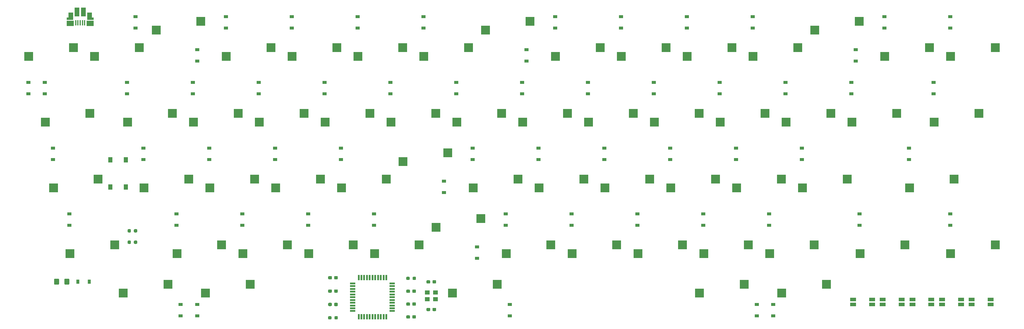
<source format=gbr>
%TF.GenerationSoftware,KiCad,Pcbnew,(5.1.9)-1*%
%TF.CreationDate,2021-04-22T03:27:36+09:00*%
%TF.ProjectId,yuiop60hh4,7975696f-7036-4306-9868-342e6b696361,4*%
%TF.SameCoordinates,Original*%
%TF.FileFunction,Paste,Bot*%
%TF.FilePolarity,Positive*%
%FSLAX46Y46*%
G04 Gerber Fmt 4.6, Leading zero omitted, Abs format (unit mm)*
G04 Created by KiCad (PCBNEW (5.1.9)-1) date 2021-04-22 03:27:36*
%MOMM*%
%LPD*%
G01*
G04 APERTURE LIST*
%ADD10R,1.430000X2.500000*%
%ADD11R,0.400000X1.650000*%
%ADD12R,2.000000X1.500000*%
%ADD13R,1.825000X0.700000*%
%ADD14R,1.350000X2.000000*%
%ADD15R,2.550000X2.500000*%
%ADD16R,0.550000X1.500000*%
%ADD17R,1.500000X0.550000*%
%ADD18R,1.700000X1.000000*%
%ADD19R,1.400000X1.200000*%
%ADD20R,1.300000X1.550000*%
%ADD21R,1.200000X0.900000*%
%ADD22R,0.900000X1.200000*%
G04 APERTURE END LIST*
D10*
%TO.C,J1*%
X89135000Y-101450000D03*
X87215000Y-101450000D03*
D11*
X89475000Y-104600000D03*
X88825000Y-104600000D03*
X88175000Y-104600000D03*
X87525000Y-104600000D03*
X86875000Y-104600000D03*
D12*
X91075000Y-104720000D03*
X85325000Y-104700000D03*
D13*
X91175000Y-103400000D03*
X85225000Y-103400000D03*
D14*
X85445000Y-102650000D03*
X90925000Y-102650000D03*
%TD*%
D15*
%TO.C,KSW60*%
X304067000Y-180330000D03*
X291140000Y-182870000D03*
%TD*%
%TO.C,KSW59*%
X280255000Y-180330000D03*
X267328000Y-182870000D03*
%TD*%
%TO.C,KSW58*%
X208817000Y-180330000D03*
X195890000Y-182870000D03*
%TD*%
%TO.C,KSW57*%
X137379000Y-180330000D03*
X124452000Y-182870000D03*
%TD*%
%TO.C,KSW56*%
X113567000Y-180330000D03*
X100640000Y-182870000D03*
%TD*%
%TO.C,KSW55*%
X340008000Y-171440000D03*
X352935000Y-168900000D03*
%TD*%
%TO.C,KSW54*%
X313814000Y-171440000D03*
X326741000Y-168900000D03*
%TD*%
%TO.C,KSW53*%
X287621000Y-171440000D03*
X300548000Y-168900000D03*
%TD*%
%TO.C,KSW52*%
X268571000Y-171440000D03*
X281498000Y-168900000D03*
%TD*%
%TO.C,KSW51*%
X249521000Y-171440000D03*
X262448000Y-168900000D03*
%TD*%
%TO.C,KSW50*%
X230471000Y-171440000D03*
X243398000Y-168900000D03*
%TD*%
%TO.C,KSW49*%
X211421000Y-171440000D03*
X224348000Y-168900000D03*
%TD*%
%TO.C,KSW48*%
X204055000Y-161280000D03*
X191128000Y-163820000D03*
%TD*%
%TO.C,KSW47*%
X173321000Y-171440000D03*
X186248000Y-168900000D03*
%TD*%
%TO.C,KSW46*%
X154271000Y-171440000D03*
X167198000Y-168900000D03*
%TD*%
%TO.C,KSW45*%
X135221000Y-171440000D03*
X148148000Y-168900000D03*
%TD*%
%TO.C,KSW44*%
X116171000Y-171440000D03*
X129098000Y-168900000D03*
%TD*%
%TO.C,KSW43*%
X85214200Y-171440000D03*
X98141200Y-168900000D03*
%TD*%
%TO.C,KSW42*%
X328102000Y-152390000D03*
X341029000Y-149850000D03*
%TD*%
%TO.C,KSW41*%
X297145000Y-152390000D03*
X310072000Y-149850000D03*
%TD*%
%TO.C,KSW40*%
X278095000Y-152390000D03*
X291022000Y-149850000D03*
%TD*%
%TO.C,KSW39*%
X259045000Y-152390000D03*
X271972000Y-149850000D03*
%TD*%
%TO.C,KSW38*%
X239995000Y-152390000D03*
X252922000Y-149850000D03*
%TD*%
%TO.C,KSW37*%
X220945000Y-152390000D03*
X233872000Y-149850000D03*
%TD*%
%TO.C,KSW36*%
X201895000Y-152390000D03*
X214822000Y-149850000D03*
%TD*%
%TO.C,KSW35*%
X194529000Y-142230000D03*
X181602000Y-144770000D03*
%TD*%
%TO.C,KSW34*%
X163795000Y-152390000D03*
X176722000Y-149850000D03*
%TD*%
%TO.C,KSW33*%
X144745000Y-152390000D03*
X157672000Y-149850000D03*
%TD*%
%TO.C,KSW32*%
X125695000Y-152390000D03*
X138622000Y-149850000D03*
%TD*%
%TO.C,KSW31*%
X106645000Y-152390000D03*
X119572000Y-149850000D03*
%TD*%
%TO.C,KSW30*%
X80451800Y-152390000D03*
X93378800Y-149850000D03*
%TD*%
%TO.C,KSW29*%
X335245000Y-133340000D03*
X348172000Y-130800000D03*
%TD*%
%TO.C,KSW28*%
X311433000Y-133340000D03*
X324360000Y-130800000D03*
%TD*%
%TO.C,KSW27*%
X292383000Y-133340000D03*
X305310000Y-130800000D03*
%TD*%
%TO.C,KSW26*%
X273333000Y-133340000D03*
X286260000Y-130800000D03*
%TD*%
%TO.C,KSW25*%
X254283000Y-133340000D03*
X267210000Y-130800000D03*
%TD*%
%TO.C,KSW24*%
X235233000Y-133340000D03*
X248160000Y-130800000D03*
%TD*%
%TO.C,KSW23*%
X216183000Y-133340000D03*
X229110000Y-130800000D03*
%TD*%
%TO.C,KSW22*%
X197133000Y-133340000D03*
X210060000Y-130800000D03*
%TD*%
%TO.C,KSW21*%
X178083000Y-133340000D03*
X191010000Y-130800000D03*
%TD*%
%TO.C,KSW20*%
X159033000Y-133340000D03*
X171960000Y-130800000D03*
%TD*%
%TO.C,KSW19*%
X139983000Y-133340000D03*
X152910000Y-130800000D03*
%TD*%
%TO.C,KSW18*%
X120933000Y-133340000D03*
X133860000Y-130800000D03*
%TD*%
%TO.C,KSW17*%
X101883000Y-133340000D03*
X114810000Y-130800000D03*
%TD*%
%TO.C,KSW16*%
X78070500Y-133340000D03*
X90997500Y-130800000D03*
%TD*%
%TO.C,KSW15*%
X340008000Y-114290000D03*
X352935000Y-111750000D03*
%TD*%
%TO.C,KSW14*%
X320958000Y-114290000D03*
X333885000Y-111750000D03*
%TD*%
%TO.C,KSW13*%
X313592000Y-104130000D03*
X300665000Y-106670000D03*
%TD*%
%TO.C,KSW12*%
X282858000Y-114290000D03*
X295785000Y-111750000D03*
%TD*%
%TO.C,KSW11*%
X263808000Y-114290000D03*
X276735000Y-111750000D03*
%TD*%
%TO.C,KSW10*%
X244758000Y-114290000D03*
X257685000Y-111750000D03*
%TD*%
%TO.C,KSW9*%
X225708000Y-114290000D03*
X238635000Y-111750000D03*
%TD*%
%TO.C,KSW8*%
X218342000Y-104130000D03*
X205415000Y-106670000D03*
%TD*%
%TO.C,KSW7*%
X187608000Y-114290000D03*
X200535000Y-111750000D03*
%TD*%
%TO.C,KSW6*%
X168558000Y-114290000D03*
X181485000Y-111750000D03*
%TD*%
%TO.C,KSW5*%
X149508000Y-114290000D03*
X162435000Y-111750000D03*
%TD*%
%TO.C,KSW4*%
X130458000Y-114290000D03*
X143385000Y-111750000D03*
%TD*%
%TO.C,KSW3*%
X123092000Y-104130000D03*
X110165000Y-106670000D03*
%TD*%
%TO.C,KSW2*%
X92358000Y-114290000D03*
X105285000Y-111750000D03*
%TD*%
%TO.C,KSW1*%
X73308000Y-114290000D03*
X86235000Y-111750000D03*
%TD*%
D16*
%TO.C,U1*%
X168743000Y-178374000D03*
X169543000Y-178374000D03*
X170343000Y-178374000D03*
X171143000Y-178374000D03*
X171943000Y-178374000D03*
X172743000Y-178374000D03*
X173543000Y-178374000D03*
X174343000Y-178374000D03*
X175143000Y-178374000D03*
X175943000Y-178374000D03*
X176743000Y-178374000D03*
D17*
X178443000Y-180074000D03*
X178443000Y-180874000D03*
X178443000Y-181674000D03*
X178443000Y-182474000D03*
X178443000Y-183274000D03*
X178443000Y-184074000D03*
X178443000Y-184874000D03*
X178443000Y-185674000D03*
X178443000Y-186474000D03*
X178443000Y-187274000D03*
X178443000Y-188074000D03*
D16*
X176743000Y-189774000D03*
X175943000Y-189774000D03*
X175143000Y-189774000D03*
X174343000Y-189774000D03*
X173543000Y-189774000D03*
X172743000Y-189774000D03*
X171943000Y-189774000D03*
X171143000Y-189774000D03*
X170343000Y-189774000D03*
X169543000Y-189774000D03*
X168743000Y-189774000D03*
D17*
X167043000Y-188074000D03*
X167043000Y-187274000D03*
X167043000Y-186474000D03*
X167043000Y-185674000D03*
X167043000Y-184874000D03*
X167043000Y-184074000D03*
X167043000Y-183274000D03*
X167043000Y-182474000D03*
X167043000Y-181674000D03*
X167043000Y-180874000D03*
X167043000Y-180074000D03*
%TD*%
D18*
%TO.C,LED5*%
X351559000Y-186141000D03*
X351559000Y-184741000D03*
X346059000Y-186141000D03*
X346059000Y-184741000D03*
%TD*%
%TO.C,LED4*%
X342993000Y-186141000D03*
X342993000Y-184741000D03*
X337493000Y-186141000D03*
X337493000Y-184741000D03*
%TD*%
%TO.C,LED3*%
X334427000Y-186141000D03*
X334427000Y-184741000D03*
X328927000Y-186141000D03*
X328927000Y-184741000D03*
%TD*%
%TO.C,LED2*%
X325861000Y-186141000D03*
X325861000Y-184741000D03*
X320361000Y-186141000D03*
X320361000Y-184741000D03*
%TD*%
%TO.C,LED1*%
X317294000Y-186141000D03*
X317294000Y-184741000D03*
X311794000Y-186141000D03*
X311794000Y-184741000D03*
%TD*%
%TO.C,C5*%
G36*
G01*
X184250000Y-182575500D02*
X184250000Y-182100500D01*
G75*
G02*
X184487500Y-181863000I237500J0D01*
G01*
X185087500Y-181863000D01*
G75*
G02*
X185325000Y-182100500I0J-237500D01*
G01*
X185325000Y-182575500D01*
G75*
G02*
X185087500Y-182813000I-237500J0D01*
G01*
X184487500Y-182813000D01*
G75*
G02*
X184250000Y-182575500I0J237500D01*
G01*
G37*
G36*
G01*
X182525000Y-182575500D02*
X182525000Y-182100500D01*
G75*
G02*
X182762500Y-181863000I237500J0D01*
G01*
X183362500Y-181863000D01*
G75*
G02*
X183600000Y-182100500I0J-237500D01*
G01*
X183600000Y-182575500D01*
G75*
G02*
X183362500Y-182813000I-237500J0D01*
G01*
X182762500Y-182813000D01*
G75*
G02*
X182525000Y-182575500I0J237500D01*
G01*
G37*
%TD*%
%TO.C,R2*%
G36*
G01*
X161738000Y-190280500D02*
X161738000Y-189805500D01*
G75*
G02*
X161975500Y-189568000I237500J0D01*
G01*
X162475500Y-189568000D01*
G75*
G02*
X162713000Y-189805500I0J-237500D01*
G01*
X162713000Y-190280500D01*
G75*
G02*
X162475500Y-190518000I-237500J0D01*
G01*
X161975500Y-190518000D01*
G75*
G02*
X161738000Y-190280500I0J237500D01*
G01*
G37*
G36*
G01*
X159913000Y-190280500D02*
X159913000Y-189805500D01*
G75*
G02*
X160150500Y-189568000I237500J0D01*
G01*
X160650500Y-189568000D01*
G75*
G02*
X160888000Y-189805500I0J-237500D01*
G01*
X160888000Y-190280500D01*
G75*
G02*
X160650500Y-190518000I-237500J0D01*
G01*
X160150500Y-190518000D01*
G75*
G02*
X159913000Y-190280500I0J237500D01*
G01*
G37*
%TD*%
D19*
%TO.C,X1*%
X188561000Y-184643000D03*
X190961000Y-184643000D03*
X190961000Y-182743000D03*
X188561000Y-182743000D03*
%TD*%
%TO.C,C8*%
G36*
G01*
X161644000Y-178662500D02*
X161644000Y-178187500D01*
G75*
G02*
X161881500Y-177950000I237500J0D01*
G01*
X162481500Y-177950000D01*
G75*
G02*
X162719000Y-178187500I0J-237500D01*
G01*
X162719000Y-178662500D01*
G75*
G02*
X162481500Y-178900000I-237500J0D01*
G01*
X161881500Y-178900000D01*
G75*
G02*
X161644000Y-178662500I0J237500D01*
G01*
G37*
G36*
G01*
X159919000Y-178662500D02*
X159919000Y-178187500D01*
G75*
G02*
X160156500Y-177950000I237500J0D01*
G01*
X160756500Y-177950000D01*
G75*
G02*
X160994000Y-178187500I0J-237500D01*
G01*
X160994000Y-178662500D01*
G75*
G02*
X160756500Y-178900000I-237500J0D01*
G01*
X160156500Y-178900000D01*
G75*
G02*
X159919000Y-178662500I0J237500D01*
G01*
G37*
%TD*%
%TO.C,C7*%
G36*
G01*
X160988000Y-182060500D02*
X160988000Y-182535500D01*
G75*
G02*
X160750500Y-182773000I-237500J0D01*
G01*
X160150500Y-182773000D01*
G75*
G02*
X159913000Y-182535500I0J237500D01*
G01*
X159913000Y-182060500D01*
G75*
G02*
X160150500Y-181823000I237500J0D01*
G01*
X160750500Y-181823000D01*
G75*
G02*
X160988000Y-182060500I0J-237500D01*
G01*
G37*
G36*
G01*
X162713000Y-182060500D02*
X162713000Y-182535500D01*
G75*
G02*
X162475500Y-182773000I-237500J0D01*
G01*
X161875500Y-182773000D01*
G75*
G02*
X161638000Y-182535500I0J237500D01*
G01*
X161638000Y-182060500D01*
G75*
G02*
X161875500Y-181823000I237500J0D01*
G01*
X162475500Y-181823000D01*
G75*
G02*
X162713000Y-182060500I0J-237500D01*
G01*
G37*
%TD*%
%TO.C,C2*%
G36*
G01*
X189436000Y-187392500D02*
X189436000Y-187867500D01*
G75*
G02*
X189198500Y-188105000I-237500J0D01*
G01*
X188598500Y-188105000D01*
G75*
G02*
X188361000Y-187867500I0J237500D01*
G01*
X188361000Y-187392500D01*
G75*
G02*
X188598500Y-187155000I237500J0D01*
G01*
X189198500Y-187155000D01*
G75*
G02*
X189436000Y-187392500I0J-237500D01*
G01*
G37*
G36*
G01*
X191161000Y-187392500D02*
X191161000Y-187867500D01*
G75*
G02*
X190923500Y-188105000I-237500J0D01*
G01*
X190323500Y-188105000D01*
G75*
G02*
X190086000Y-187867500I0J237500D01*
G01*
X190086000Y-187392500D01*
G75*
G02*
X190323500Y-187155000I237500J0D01*
G01*
X190923500Y-187155000D01*
G75*
G02*
X191161000Y-187392500I0J-237500D01*
G01*
G37*
%TD*%
%TO.C,C1*%
G36*
G01*
X188361000Y-179866500D02*
X188361000Y-179391500D01*
G75*
G02*
X188598500Y-179154000I237500J0D01*
G01*
X189198500Y-179154000D01*
G75*
G02*
X189436000Y-179391500I0J-237500D01*
G01*
X189436000Y-179866500D01*
G75*
G02*
X189198500Y-180104000I-237500J0D01*
G01*
X188598500Y-180104000D01*
G75*
G02*
X188361000Y-179866500I0J237500D01*
G01*
G37*
G36*
G01*
X190086000Y-179866500D02*
X190086000Y-179391500D01*
G75*
G02*
X190323500Y-179154000I237500J0D01*
G01*
X190923500Y-179154000D01*
G75*
G02*
X191161000Y-179391500I0J-237500D01*
G01*
X191161000Y-179866500D01*
G75*
G02*
X190923500Y-180104000I-237500J0D01*
G01*
X190323500Y-180104000D01*
G75*
G02*
X190086000Y-179866500I0J237500D01*
G01*
G37*
%TD*%
D20*
%TO.C,RSW1*%
X96900000Y-152175000D03*
X101400000Y-152175000D03*
X101400000Y-144225000D03*
X96900000Y-144225000D03*
%TD*%
%TO.C,R4*%
G36*
G01*
X104680000Y-167900500D02*
X104680000Y-168375500D01*
G75*
G02*
X104442500Y-168613000I-237500J0D01*
G01*
X103942500Y-168613000D01*
G75*
G02*
X103705000Y-168375500I0J237500D01*
G01*
X103705000Y-167900500D01*
G75*
G02*
X103942500Y-167663000I237500J0D01*
G01*
X104442500Y-167663000D01*
G75*
G02*
X104680000Y-167900500I0J-237500D01*
G01*
G37*
G36*
G01*
X102855000Y-167900500D02*
X102855000Y-168375500D01*
G75*
G02*
X102617500Y-168613000I-237500J0D01*
G01*
X102117500Y-168613000D01*
G75*
G02*
X101880000Y-168375500I0J237500D01*
G01*
X101880000Y-167900500D01*
G75*
G02*
X102117500Y-167663000I237500J0D01*
G01*
X102617500Y-167663000D01*
G75*
G02*
X102855000Y-167900500I0J-237500D01*
G01*
G37*
%TD*%
%TO.C,R3*%
G36*
G01*
X104680000Y-164598500D02*
X104680000Y-165073500D01*
G75*
G02*
X104442500Y-165311000I-237500J0D01*
G01*
X103942500Y-165311000D01*
G75*
G02*
X103705000Y-165073500I0J237500D01*
G01*
X103705000Y-164598500D01*
G75*
G02*
X103942500Y-164361000I237500J0D01*
G01*
X104442500Y-164361000D01*
G75*
G02*
X104680000Y-164598500I0J-237500D01*
G01*
G37*
G36*
G01*
X102855000Y-164598500D02*
X102855000Y-165073500D01*
G75*
G02*
X102617500Y-165311000I-237500J0D01*
G01*
X102117500Y-165311000D01*
G75*
G02*
X101880000Y-165073500I0J237500D01*
G01*
X101880000Y-164598500D01*
G75*
G02*
X102117500Y-164361000I237500J0D01*
G01*
X102617500Y-164361000D01*
G75*
G02*
X102855000Y-164598500I0J-237500D01*
G01*
G37*
%TD*%
%TO.C,R1*%
G36*
G01*
X183494000Y-178375500D02*
X183494000Y-178850500D01*
G75*
G02*
X183256500Y-179088000I-237500J0D01*
G01*
X182756500Y-179088000D01*
G75*
G02*
X182519000Y-178850500I0J237500D01*
G01*
X182519000Y-178375500D01*
G75*
G02*
X182756500Y-178138000I237500J0D01*
G01*
X183256500Y-178138000D01*
G75*
G02*
X183494000Y-178375500I0J-237500D01*
G01*
G37*
G36*
G01*
X185319000Y-178375500D02*
X185319000Y-178850500D01*
G75*
G02*
X185081500Y-179088000I-237500J0D01*
G01*
X184581500Y-179088000D01*
G75*
G02*
X184344000Y-178850500I0J237500D01*
G01*
X184344000Y-178375500D01*
G75*
G02*
X184581500Y-178138000I237500J0D01*
G01*
X185081500Y-178138000D01*
G75*
G02*
X185319000Y-178375500I0J-237500D01*
G01*
G37*
%TD*%
%TO.C,F1*%
G36*
G01*
X85033000Y-178943000D02*
X85033000Y-180193000D01*
G75*
G02*
X84783000Y-180443000I-250000J0D01*
G01*
X83858000Y-180443000D01*
G75*
G02*
X83608000Y-180193000I0J250000D01*
G01*
X83608000Y-178943000D01*
G75*
G02*
X83858000Y-178693000I250000J0D01*
G01*
X84783000Y-178693000D01*
G75*
G02*
X85033000Y-178943000I0J-250000D01*
G01*
G37*
G36*
G01*
X82058000Y-178943000D02*
X82058000Y-180193000D01*
G75*
G02*
X81808000Y-180443000I-250000J0D01*
G01*
X80883000Y-180443000D01*
G75*
G02*
X80633000Y-180193000I0J250000D01*
G01*
X80633000Y-178943000D01*
G75*
G02*
X80883000Y-178693000I250000J0D01*
G01*
X81808000Y-178693000D01*
G75*
G02*
X82058000Y-178943000I0J-250000D01*
G01*
G37*
%TD*%
D21*
%TO.C,D60*%
X288700000Y-189441000D03*
X288700000Y-186141000D03*
%TD*%
%TO.C,D59*%
X283938000Y-189441000D03*
X283938000Y-186141000D03*
%TD*%
%TO.C,D58*%
X212500000Y-189441000D03*
X212500000Y-186141000D03*
%TD*%
%TO.C,D57*%
X122012000Y-189441000D03*
X122012000Y-186141000D03*
%TD*%
%TO.C,D56*%
X117250000Y-189441000D03*
X117250000Y-186141000D03*
%TD*%
%TO.C,D55*%
X339850000Y-163260000D03*
X339850000Y-159960000D03*
%TD*%
%TO.C,D54*%
X313656000Y-163260000D03*
X313656000Y-159960000D03*
%TD*%
%TO.C,D53*%
X287463000Y-163260000D03*
X287463000Y-159960000D03*
%TD*%
%TO.C,D52*%
X268413000Y-163260000D03*
X268413000Y-159960000D03*
%TD*%
%TO.C,D51*%
X249363000Y-163260000D03*
X249363000Y-159960000D03*
%TD*%
%TO.C,D50*%
X230313000Y-163260000D03*
X230313000Y-159960000D03*
%TD*%
%TO.C,D49*%
X211263000Y-163260000D03*
X211263000Y-159960000D03*
%TD*%
%TO.C,D48*%
X202975000Y-172773000D03*
X202975000Y-169473000D03*
%TD*%
%TO.C,D47*%
X173163000Y-163260000D03*
X173163000Y-159960000D03*
%TD*%
%TO.C,D46*%
X154113000Y-163260000D03*
X154113000Y-159960000D03*
%TD*%
%TO.C,D45*%
X135063000Y-163260000D03*
X135063000Y-159960000D03*
%TD*%
%TO.C,D44*%
X116013000Y-163260000D03*
X116013000Y-159960000D03*
%TD*%
%TO.C,D43*%
X85056200Y-163260000D03*
X85056200Y-159960000D03*
%TD*%
%TO.C,D42*%
X327944000Y-144210000D03*
X327944000Y-140910000D03*
%TD*%
%TO.C,D41*%
X296987000Y-144210000D03*
X296987000Y-140910000D03*
%TD*%
%TO.C,D40*%
X277937000Y-144210000D03*
X277937000Y-140910000D03*
%TD*%
%TO.C,D39*%
X258887000Y-144210000D03*
X258887000Y-140910000D03*
%TD*%
%TO.C,D38*%
X239837000Y-144210000D03*
X239837000Y-140910000D03*
%TD*%
%TO.C,D37*%
X220787000Y-144210000D03*
X220787000Y-140910000D03*
%TD*%
%TO.C,D36*%
X201737000Y-144210000D03*
X201737000Y-140910000D03*
%TD*%
%TO.C,D35*%
X193450000Y-153723000D03*
X193450000Y-150423000D03*
%TD*%
%TO.C,D34*%
X163637000Y-144210000D03*
X163637000Y-140910000D03*
%TD*%
%TO.C,D33*%
X144587000Y-144210000D03*
X144587000Y-140910000D03*
%TD*%
%TO.C,D32*%
X125537000Y-144210000D03*
X125537000Y-140910000D03*
%TD*%
%TO.C,D31*%
X106487000Y-144210000D03*
X106487000Y-140910000D03*
%TD*%
%TO.C,D30*%
X80293800Y-144210000D03*
X80293800Y-140910000D03*
%TD*%
%TO.C,D29*%
X335087000Y-125160000D03*
X335087000Y-121860000D03*
%TD*%
%TO.C,D28*%
X311275000Y-125160000D03*
X311275000Y-121860000D03*
%TD*%
%TO.C,D27*%
X292225000Y-125160000D03*
X292225000Y-121860000D03*
%TD*%
%TO.C,D26*%
X273175000Y-125160000D03*
X273175000Y-121860000D03*
%TD*%
%TO.C,D25*%
X254125000Y-125160000D03*
X254125000Y-121860000D03*
%TD*%
%TO.C,D24*%
X235075000Y-125160000D03*
X235075000Y-121860000D03*
%TD*%
%TO.C,D23*%
X216025000Y-125160000D03*
X216025000Y-121860000D03*
%TD*%
%TO.C,D22*%
X196975000Y-125160000D03*
X196975000Y-121860000D03*
%TD*%
%TO.C,D21*%
X177925000Y-125160000D03*
X177925000Y-121860000D03*
%TD*%
%TO.C,D20*%
X158875000Y-125160000D03*
X158875000Y-121860000D03*
%TD*%
%TO.C,D19*%
X139825000Y-125160000D03*
X139825000Y-121860000D03*
%TD*%
%TO.C,D18*%
X120775000Y-125160000D03*
X120775000Y-121860000D03*
%TD*%
%TO.C,D17*%
X101725000Y-125160000D03*
X101725000Y-121860000D03*
%TD*%
%TO.C,D16*%
X77912500Y-125160000D03*
X77912500Y-121860000D03*
%TD*%
%TO.C,D15*%
X339850000Y-106110000D03*
X339850000Y-102810000D03*
%TD*%
%TO.C,D14*%
X320800000Y-106110000D03*
X320800000Y-102810000D03*
%TD*%
%TO.C,D13*%
X312513000Y-115622000D03*
X312513000Y-112322000D03*
%TD*%
%TO.C,D12*%
X282700000Y-106110000D03*
X282700000Y-102810000D03*
%TD*%
%TO.C,D11*%
X263650000Y-106110000D03*
X263650000Y-102810000D03*
%TD*%
%TO.C,D10*%
X244600000Y-106110000D03*
X244600000Y-102810000D03*
%TD*%
%TO.C,D9*%
X225550000Y-106110000D03*
X225550000Y-102810000D03*
%TD*%
%TO.C,D8*%
X217263000Y-115622000D03*
X217263000Y-112322000D03*
%TD*%
%TO.C,D7*%
X187497000Y-106097000D03*
X187497000Y-102797000D03*
%TD*%
%TO.C,D6*%
X168400000Y-106110000D03*
X168400000Y-102810000D03*
%TD*%
%TO.C,D5*%
X149350000Y-106110000D03*
X149350000Y-102810000D03*
%TD*%
%TO.C,D4*%
X130300000Y-106110000D03*
X130300000Y-102810000D03*
%TD*%
%TO.C,D3*%
X122012000Y-115622000D03*
X122012000Y-112322000D03*
%TD*%
%TO.C,D2*%
X104200000Y-106110000D03*
X104200000Y-102810000D03*
%TD*%
%TO.C,D1*%
X73175000Y-125145000D03*
X73175000Y-121845000D03*
%TD*%
D22*
%TO.C,D0*%
X87533000Y-179568000D03*
X90833000Y-179568000D03*
%TD*%
%TO.C,C6*%
G36*
G01*
X160988000Y-185932500D02*
X160988000Y-186407500D01*
G75*
G02*
X160750500Y-186645000I-237500J0D01*
G01*
X160150500Y-186645000D01*
G75*
G02*
X159913000Y-186407500I0J237500D01*
G01*
X159913000Y-185932500D01*
G75*
G02*
X160150500Y-185695000I237500J0D01*
G01*
X160750500Y-185695000D01*
G75*
G02*
X160988000Y-185932500I0J-237500D01*
G01*
G37*
G36*
G01*
X162713000Y-185932500D02*
X162713000Y-186407500D01*
G75*
G02*
X162475500Y-186645000I-237500J0D01*
G01*
X161875500Y-186645000D01*
G75*
G02*
X161638000Y-186407500I0J237500D01*
G01*
X161638000Y-185932500D01*
G75*
G02*
X161875500Y-185695000I237500J0D01*
G01*
X162475500Y-185695000D01*
G75*
G02*
X162713000Y-185932500I0J-237500D01*
G01*
G37*
%TD*%
%TO.C,C4*%
G36*
G01*
X184244000Y-186301500D02*
X184244000Y-185826500D01*
G75*
G02*
X184481500Y-185589000I237500J0D01*
G01*
X185081500Y-185589000D01*
G75*
G02*
X185319000Y-185826500I0J-237500D01*
G01*
X185319000Y-186301500D01*
G75*
G02*
X185081500Y-186539000I-237500J0D01*
G01*
X184481500Y-186539000D01*
G75*
G02*
X184244000Y-186301500I0J237500D01*
G01*
G37*
G36*
G01*
X182519000Y-186301500D02*
X182519000Y-185826500D01*
G75*
G02*
X182756500Y-185589000I237500J0D01*
G01*
X183356500Y-185589000D01*
G75*
G02*
X183594000Y-185826500I0J-237500D01*
G01*
X183594000Y-186301500D01*
G75*
G02*
X183356500Y-186539000I-237500J0D01*
G01*
X182756500Y-186539000D01*
G75*
G02*
X182519000Y-186301500I0J237500D01*
G01*
G37*
%TD*%
%TO.C,C3*%
G36*
G01*
X184244000Y-190026500D02*
X184244000Y-189551500D01*
G75*
G02*
X184481500Y-189314000I237500J0D01*
G01*
X185081500Y-189314000D01*
G75*
G02*
X185319000Y-189551500I0J-237500D01*
G01*
X185319000Y-190026500D01*
G75*
G02*
X185081500Y-190264000I-237500J0D01*
G01*
X184481500Y-190264000D01*
G75*
G02*
X184244000Y-190026500I0J237500D01*
G01*
G37*
G36*
G01*
X182519000Y-190026500D02*
X182519000Y-189551500D01*
G75*
G02*
X182756500Y-189314000I237500J0D01*
G01*
X183356500Y-189314000D01*
G75*
G02*
X183594000Y-189551500I0J-237500D01*
G01*
X183594000Y-190026500D01*
G75*
G02*
X183356500Y-190264000I-237500J0D01*
G01*
X182756500Y-190264000D01*
G75*
G02*
X182519000Y-190026500I0J237500D01*
G01*
G37*
%TD*%
M02*

</source>
